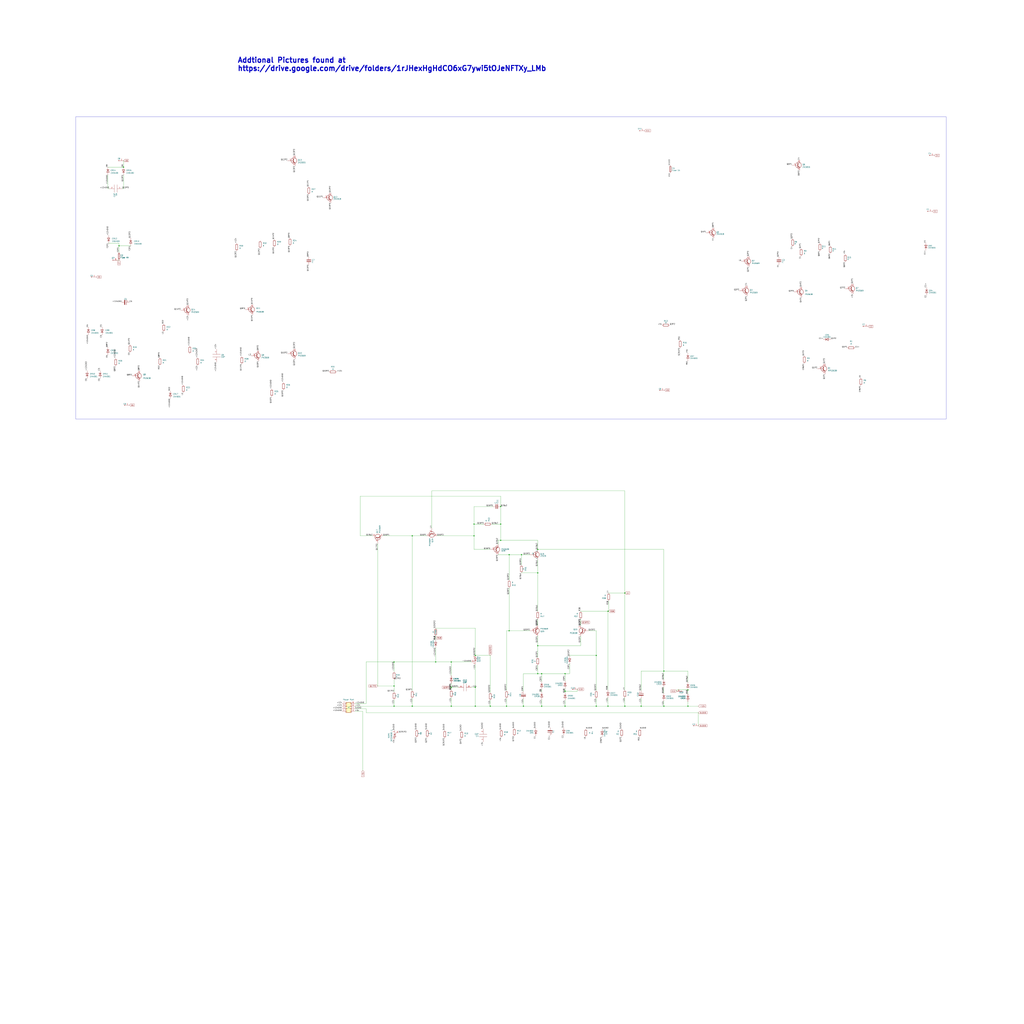
<source format=kicad_sch>
(kicad_sch (version 20230121) (generator eeschema)
  (paper "User" 999.998 999.998)
  (junction (at 488.95 527.685))
  (junction (at 648.335 689.61))
  (junction (at 525.145 536.575))
  (junction (at 488.95 511.81))
  (junction (at 511.175 689.61))
  (junction (at 402.59 523.24))
  (junction (at 478.79 689.61))
  (junction (at 593.725 596.9))
  (junction (at 464.185 640.08))
  (junction (at 525.145 559.435))
  (junction (at 462.915 523.24))
  (junction (at 671.83 689.61))
  (junction (at 384.81 646.43))
  (junction (at 528.955 689.61))
  (junction (at 610.235 689.61))
  (junction (at 384.81 669.925))
  (junction (at 497.205 541.655))
  (junction (at 464.185 689.61))
  (junction (at 525.145 630.555))
  (junction (at 610.235 579.12))
  (junction (at 551.815 657.86))
  (junction (at 116.205 240.03))
  (junction (at 120.65 163.195))
  (junction (at 494.665 689.61))
  (junction (at 648.335 655.32))
  (junction (at 425.45 646.43))
  (junction (at 509.27 541.655))
  (junction (at 497.205 615.95))
  (junction (at 671.83 673.735))
  (junction (at 582.295 640.08))
  (junction (at 593.725 689.61))
  (junction (at 488.95 494.665))
  (junction (at 402.59 689.61))
  (junction (at 462.915 511.81))
  (junction (at 582.295 689.61))
  (junction (at 440.69 671.195))
  (junction (at 551.815 675.005))
  (junction (at 440.69 689.61))
  (junction (at 440.69 646.43))
  (junction (at 525.145 657.86))
  (junction (at 464.185 671.195))
  (junction (at 528.955 657.86))
  (junction (at 551.815 689.61))
  (junction (at 626.11 689.61))
  (junction (at 384.81 689.61))
  (wire (pts (xy 421.64 515.62) (xy 421.64 479.425)))
  (wire (pts (xy 610.235 479.425) (xy 610.235 579.12)))
  (wire (pts (xy 384.81 669.925) (xy 368.935 669.925)))
  (wire (pts (xy 357.505 646.43) (xy 384.81 646.43)))
  (wire (pts (xy 528.955 657.86) (xy 528.955 665.48)))
  (wire (pts (xy 582.295 681.99) (xy 582.295 689.61)))
  (wire (pts (xy 440.69 646.43) (xy 440.69 659.765)))
  (wire (pts (xy 528.955 675.64) (xy 528.955 673.1)))
  (wire (pts (xy 551.815 672.465) (xy 551.815 675.005)))
  (wire (pts (xy 357.505 646.43) (xy 357.505 687.07)))
  (wire (pts (xy 116.205 240.03) (xy 127.635 240.03)))
  (wire (pts (xy 488.95 511.81) (xy 488.95 527.685)))
  (wire (pts (xy 462.915 494.665) (xy 462.915 511.81)))
  (wire (pts (xy 440.69 671.195) (xy 440.69 673.735)))
  (wire (pts (xy 551.815 683.895) (xy 551.815 689.61)))
  (wire (pts (xy 346.71 692.15) (xy 357.505 692.15)))
  (wire (pts (xy 384.81 646.43) (xy 384.81 655.955)))
  (wire (pts (xy 402.59 523.24) (xy 416.56 523.24)))
  (wire (pts (xy 478.79 689.61) (xy 494.665 689.61)))
  (wire (pts (xy 626.11 689.61) (xy 648.335 689.61)))
  (wire (pts (xy 351.79 484.505) (xy 351.79 523.24)))
  (wire (pts (xy 488.95 494.665) (xy 488.95 484.505)))
  (wire (pts (xy 511.175 689.61) (xy 528.955 689.61)))
  (wire (pts (xy 440.69 671.195) (xy 447.675 671.195)))
  (wire (pts (xy 464.185 640.08) (xy 478.79 640.08)))
  (wire (pts (xy 464.185 671.195) (xy 464.185 689.61)))
  (wire (pts (xy 346.71 687.07) (xy 357.505 687.07)))
  (wire (pts (xy 593.725 689.61) (xy 610.235 689.61)))
  (wire (pts (xy 556.26 640.08) (xy 582.295 640.08)))
  (wire (pts (xy 351.79 523.24) (xy 363.855 523.24)))
  (wire (pts (xy 567.055 630.555) (xy 525.145 630.555)))
  (wire (pts (xy 551.815 689.61) (xy 582.295 689.61)))
  (wire (pts (xy 120.65 163.195) (xy 105.41 163.195)))
  (wire (pts (xy 563.88 675.005) (xy 551.815 675.005)))
  (wire (pts (xy 525.145 536.575) (xy 525.145 527.685)))
  (wire (pts (xy 594.36 586.74) (xy 594.36 596.9)))
  (wire (pts (xy 582.295 689.61) (xy 593.725 689.61)))
  (wire (pts (xy 106.045 237.49) (xy 116.205 237.49)))
  (wire (pts (xy 114.935 254) (xy 116.205 254)))
  (wire (pts (xy 494.665 681.99) (xy 494.665 689.61)))
  (wire (pts (xy 509.27 541.655) (xy 497.205 541.655)))
  (wire (pts (xy 648.335 536.575) (xy 648.335 655.32)))
  (wire (pts (xy 105.41 184.15) (xy 106.68 184.15)))
  (wire (pts (xy 488.95 527.685) (xy 486.41 527.685)))
  (wire (pts (xy 497.205 615.95) (xy 517.525 615.95)))
  (wire (pts (xy 357.505 692.15) (xy 357.505 695.96)))
  (wire (pts (xy 460.375 671.195) (xy 464.185 671.195)))
  (wire (pts (xy 525.145 657.86) (xy 528.955 657.86)))
  (wire (pts (xy 105.41 170.815) (xy 105.41 184.15)))
  (wire (pts (xy 551.815 657.86) (xy 551.815 664.845)))
  (wire (pts (xy 610.235 681.355) (xy 610.235 689.61)))
  (wire (pts (xy 525.145 536.575) (xy 648.335 536.575)))
  (wire (pts (xy 593.725 596.9) (xy 593.725 673.735)))
  (wire (pts (xy 556.26 657.86) (xy 551.815 657.86)))
  (wire (pts (xy 120.65 170.815) (xy 120.65 184.15)))
  (wire (pts (xy 425.45 613.41) (xy 464.185 613.41)))
  (wire (pts (xy 517.525 541.655) (xy 509.27 541.655)))
  (wire (pts (xy 563.88 673.1) (xy 563.88 675.005)))
  (wire (pts (xy 567.055 604.52) (xy 567.055 610.87)))
  (wire (pts (xy 525.145 527.685) (xy 488.95 527.685)))
  (wire (pts (xy 421.64 479.425) (xy 610.235 479.425)))
  (wire (pts (xy 357.505 695.96) (xy 681.99 695.96)))
  (wire (pts (xy 425.45 632.46) (xy 425.45 646.43)))
  (wire (pts (xy 528.955 689.61) (xy 551.815 689.61)))
  (wire (pts (xy 440.69 667.385) (xy 440.69 671.195)))
  (wire (pts (xy 525.145 546.735) (xy 525.145 559.435)))
  (wire (pts (xy 610.235 689.61) (xy 626.11 689.61)))
  (wire (pts (xy 528.955 683.26) (xy 528.955 689.61)))
  (wire (pts (xy 551.815 675.005) (xy 551.815 676.275)))
  (wire (pts (xy 464.185 613.41) (xy 464.185 640.08)))
  (wire (pts (xy 582.295 615.95) (xy 582.295 640.08)))
  (wire (pts (xy 525.145 649.605) (xy 525.145 657.86)))
  (wire (pts (xy 671.83 677.545) (xy 671.83 673.735)))
  (wire (pts (xy 402.59 681.99) (xy 402.59 689.61)))
  (wire (pts (xy 626.11 655.32) (xy 648.335 655.32)))
  (wire (pts (xy 648.335 684.53) (xy 648.335 689.61)))
  (wire (pts (xy 648.335 655.32) (xy 671.83 655.32)))
  (wire (pts (xy 384.81 646.43) (xy 425.45 646.43)))
  (wire (pts (xy 120.65 184.15) (xy 119.38 184.15)))
  (wire (pts (xy 346.71 689.61) (xy 384.81 689.61)))
  (wire (pts (xy 478.79 640.08) (xy 478.79 676.275)))
  (wire (pts (xy 464.185 689.61) (xy 478.79 689.61)))
  (wire (pts (xy 594.36 579.12) (xy 610.235 579.12)))
  (wire (pts (xy 384.81 683.26) (xy 384.81 689.61)))
  (wire (pts (xy 462.915 511.81) (xy 472.44 511.81)))
  (wire (pts (xy 671.83 689.61) (xy 681.99 689.61)))
  (wire (pts (xy 567.055 621.03) (xy 567.055 630.555)))
  (wire (pts (xy 402.59 523.24) (xy 402.59 674.37)))
  (wire (pts (xy 354.33 694.69) (xy 354.33 752.475)))
  (wire (pts (xy 440.69 646.43) (xy 460.375 646.43)))
  (wire (pts (xy 593.725 681.355) (xy 593.725 689.61)))
  (wire (pts (xy 486.41 527.685) (xy 486.41 531.495)))
  (wire (pts (xy 648.335 655.32) (xy 648.335 663.575)))
  (wire (pts (xy 593.725 596.9) (xy 594.36 596.9)))
  (wire (pts (xy 494.665 615.95) (xy 497.205 615.95)))
  (wire (pts (xy 511.175 657.86) (xy 525.145 657.86)))
  (wire (pts (xy 384.81 663.575) (xy 384.81 669.925)))
  (wire (pts (xy 497.205 566.42) (xy 497.205 541.655)))
  (wire (pts (xy 374.015 523.24) (xy 402.59 523.24)))
  (wire (pts (xy 528.955 657.86) (xy 551.815 657.86)))
  (wire (pts (xy 671.83 685.165) (xy 671.83 689.61)))
  (wire (pts (xy 488.95 494.665) (xy 488.95 511.81)))
  (wire (pts (xy 497.205 574.04) (xy 497.205 615.95)))
  (wire (pts (xy 346.71 694.69) (xy 354.33 694.69)))
  (wire (pts (xy 556.26 640.08) (xy 556.26 640.715)))
  (wire (pts (xy 556.26 648.335) (xy 556.26 657.86)))
  (wire (pts (xy 486.41 541.655) (xy 497.205 541.655)))
  (wire (pts (xy 116.205 237.49) (xy 116.205 240.03)))
  (wire (pts (xy 440.69 689.61) (xy 464.185 689.61)))
  (wire (pts (xy 626.11 674.37) (xy 626.11 655.32)))
  (wire (pts (xy 120.65 156.845) (xy 120.65 163.195)))
  (wire (pts (xy 116.205 240.03) (xy 116.205 246.38)))
  (wire (pts (xy 525.145 610.87) (xy 525.145 604.52)))
  (wire (pts (xy 509.27 541.655) (xy 509.27 551.815)))
  (wire (pts (xy 462.915 523.24) (xy 462.915 536.575)))
  (wire (pts (xy 511.175 682.625) (xy 511.175 689.61)))
  (wire (pts (xy 494.665 674.37) (xy 494.665 615.95)))
  (wire (pts (xy 626.11 681.99) (xy 626.11 689.61)))
  (wire (pts (xy 671.83 655.32) (xy 671.83 666.115)))
  (wire (pts (xy 511.175 675.005) (xy 511.175 657.86)))
  (wire (pts (xy 681.99 695.96) (xy 681.99 708.66)))
  (wire (pts (xy 525.145 621.03) (xy 525.145 630.555)))
  (wire (pts (xy 525.145 559.435) (xy 525.145 596.9)))
  (wire (pts (xy 574.675 615.95) (xy 582.295 615.95)))
  (wire (pts (xy 425.45 621.03) (xy 425.45 624.84)))
  (wire (pts (xy 425.45 646.43) (xy 440.69 646.43)))
  (wire (pts (xy 462.915 536.575) (xy 478.79 536.575)))
  (wire (pts (xy 648.335 671.195) (xy 648.335 676.91)))
  (wire (pts (xy 426.72 523.24) (xy 462.915 523.24)))
  (wire (pts (xy 648.335 689.61) (xy 671.83 689.61)))
  (wire (pts (xy 462.915 511.81) (xy 462.915 523.24)))
  (wire (pts (xy 384.81 689.61) (xy 402.59 689.61)))
  (wire (pts (xy 480.06 511.81) (xy 488.95 511.81)))
  (wire (pts (xy 525.145 559.435) (xy 509.27 559.435)))
  (wire (pts (xy 582.295 640.08) (xy 582.295 674.37)))
  (wire (pts (xy 661.035 675.005) (xy 661.035 673.735)))
  (wire (pts (xy 494.665 689.61) (xy 511.175 689.61)))
  (wire (pts (xy 368.935 530.86) (xy 368.935 669.925)))
  (wire (pts (xy 525.145 630.555) (xy 525.145 641.985)))
  (wire (pts (xy 481.33 494.665) (xy 462.915 494.665)))
  (wire (pts (xy 567.055 596.9) (xy 593.725 596.9)))
  (wire (pts (xy 488.95 484.505) (xy 351.79 484.505)))
  (wire (pts (xy 440.69 681.355) (xy 440.69 689.61)))
  (wire (pts (xy 661.035 673.735) (xy 671.83 673.735)))
  (wire (pts (xy 464.185 648.97) (xy 464.185 671.195)))
  (wire (pts (xy 478.79 683.895) (xy 478.79 689.61)))
  (wire (pts (xy 384.81 669.925) (xy 384.81 675.64)))
  (wire (pts (xy 402.59 689.61) (xy 440.69 689.61)))
  (wire (pts (xy 610.235 579.12) (xy 610.235 673.735)))
  (rectangle (start 73.914 114.046) (end 924.052 409.194))
  (text "Addtional Pictures found at\nhttps://drive.google.com/drive/folders/1rJHexHgHdCO6xG7ywi5tOJeNFTXy_LMb" (at 231.775 69.85 0) (effects (font (size 5 5) (thickness 1) bold) (justify left bottom)))
  (label "Q7P2" (at 502.285 718.82 270))
  (label "Q15P2" (at 556.26 640.715 90))
  (label "Q15P1" (at 525.145 621.03 270))
  (label "C1+" (at 904.875 280.67 90))
  (label "SCR2P2" (at 478.79 676.275 90))
  (label "C9P1" (at 528.955 665.48 90))
  (label "Q20P2" (at 517.525 615.95 180))
  (label "Q1P1" (at 833.12 276.86 90))
  (label "+5v" (at 346.71 694.69 0))
  (label "Q19p2" (at 480.06 511.81 0))
  (label "Q9P3" (at 252.73 342.265 90))
  (label "Q13P2" (at 288.29 161.925 270))
  (label "5vGND" (at 385.445 713.105 90))
  (label "5vGND" (at 450.85 713.74 90))
  (label "-12v" (at 593.725 681.355 270))
  (label "Q20P1" (at 440.69 673.735 90))
  (label "C5" (at 97.79 361.95 90))
  (label "-12v" (at 384.81 683.26 270))
  (label "CR6P1" (at 588.01 719.455 270))
  (label "-12v" (at 528.955 683.26 270))
  (label "Q15P3" (at 567.055 610.87 90))
  (label "E1" (at 904.24 236.855 90))
  (label "Q12P2" (at 280.67 156.845 180))
  (label "SCR2P2" (at 425.45 613.41 90))
  (label "F2P1" (at 106.045 237.49 270))
  (label "Q2P1" (at 417.195 720.09 270))
  (label "Q19p2" (at 486.41 531.495 90))
  (label "L4" (at 594.36 579.12 90))
  (label "Q19p2" (at 488.95 494.665 0))
  (label "5vGND" (at 624.84 711.835 0))
  (label "R38" (at 567.055 596.9 90))
  (label "+12vGND" (at 86.36 327.025 270))
  (label "Q19p2" (at 363.855 523.24 180))
  (label "+12v" (at 184.15 307.975 270))
  (label "SCR2P2" (at 464.185 640.08 90))
  (label "E1" (at 523.24 718.82 270))
  (label "Q6P2" (at 825.5 255.905 270))
  (label "E10" (at 551.815 672.465 270))
  (label "R51" (at 624.84 719.455 270))
  (label "5vGND" (at 550.545 710.565 90))
  (label "Q2P3" (at 774.065 233.045 90))
  (label "+5v" (at 671.83 344.805 90))
  (label "C5" (at 127 344.17 270))
  (label "Q11P3" (at 247.015 297.18 90))
  (label "Q13P3" (at 323.215 198.12 270))
  (label "E9" (at 528.955 673.1 270))
  (label "Q15P1" (at 525.145 641.985 90))
  (label "+12vGND" (at 334.01 694.69 180))
  (label "Q4P1" (at 782.955 290.195 270))
  (label "C1+" (at 835.025 339.725 0))
  (label "Q13P3" (at 283.21 240.03 270))
  (label "Q14P3" (at 136.525 372.11 270))
  (label "Q11P1" (at 301.625 182.245 90))
  (label "+12vGND" (at 106.68 184.15 180))
  (label "Q19p2" (at 525.145 536.575 90))
  (label "Q17P2" (at 384.81 663.575 0))
  (label "Q2P3" (at 731.52 250.19 90))
  (label "E11" (at 654.685 168.91 270))
  (label "+12vGND" (at 113.03 349.885 90))
  (label "E11f2" (at 648.335 671.195 270))
  (label "Q8P3" (at 136.525 361.95 90))
  (label "Q6P2" (at 781.05 166.37 270))
  (label "Q12P2" (at 254 242.57 270))
  (label "Q1P3" (at 805.815 354.965 90))
  (label "5vGND" (at 523.24 711.2 90))
  (label "+12vGND" (at 276.86 373.38 90))
  (label "C9P1" (at 556.26 648.335 270))
  (label "Q7P2" (at 800.735 237.49 90))
  (label "+12v" (at 193.04 356.87 270))
  (label "+5v" (at 646.43 317.5 180))
  (label "Q16P3" (at 481.33 494.665 180))
  (label "-12v" (at 478.79 683.895 270))
  (label "Q14P2" (at 267.97 233.68 90))
  (label "Q16P3" (at 426.72 523.24 0))
  (label "Q20P2" (at 497.205 574.04 270))
  (label "E5" (at 86.36 319.405 90))
  (label "Q15P2" (at 574.675 615.95 0))
  (label "E4" (at 774.065 240.665 270))
  (label "E9" (at 528.955 675.64 90))
  (label "Q14P3" (at 127 336.55 90))
  (label "-12v" (at 582.295 681.99 270))
  (label "+12vGND" (at 105.41 170.815 270))
  (label "Q13P3" (at 288.29 340.36 90))
  (label "5vGND" (at 607.06 711.835 90))
  (label "Q14P3" (at 184.15 297.815 90))
  (label "Q19p1" (at 525.145 546.735 270))
  (label "Q17P2" (at 368.935 530.86 270))
  (label "Q10P2" (at 276.86 381 270))
  (label "E2" (at 904.875 288.29 270))
  (label "SCR1P3" (at 389.255 715.645 0))
  (label "+12vGND" (at 85.09 361.95 90))
  (label "Q7P2" (at 825.5 281.94 180))
  (label "Q16P3" (at 478.79 536.575 180))
  (label "Q12P2" (at 323.215 187.96 90))
  (label "5vGND" (at 346.71 692.15 0))
  (label "5vGND" (at 588.01 711.835 0))
  (label "-12v" (at 494.665 681.99 270))
  (label "SCR1P3" (at 664.21 339.725 270))
  (label "Q16P1" (at 402.59 674.37 180))
  (label "Q19p1" (at 525.145 596.9 90))
  (label "E12" (at 671.83 677.545 90))
  (label "Q4P1" (at 689.61 227.33 180))
  (label "Q20P1" (at 525.145 610.87 90))
  (label "Q6P1" (at 800.735 245.11 270))
  (label "Q2P3" (at 760.73 250.825 90))
  (label "R48" (at 425.45 624.84 90))
  (label "-12v" (at 610.235 681.355 270))
  (label "+5v" (at 385.445 721.995 270))
  (label "E2" (at 550.545 718.185 270))
  (label "+12vGND" (at 265.43 379.73 90))
  (label "Q15P3" (at 567.055 604.52 270))
  (label "Q19p2" (at 671.83 666.115 90))
  (label "Q6P1" (at 697.23 222.25 90))
  (label "Q1P3" (at 785.495 347.345 90))
  (label "SCR1P3" (at 434.34 720.725 270))
  (label "Q10P1" (at 252.73 352.425 270))
  (label "CR6P1" (at 840.74 376.555 270))
  (label "C9P1" (at 511.175 675.005 90))
  (label "+12v" (at 211.455 340.995 90))
  (label "R38" (at 593.725 673.735 90))
  (label "Q16P3" (at 472.44 511.81 180))
  (label "Q9P3" (at 239.395 302.26 180))
  (label "E8" (at 105.41 163.195 90))
  (label "-12v" (at 460.375 671.195 0))
  (label "-12v" (at 626.11 681.99 270))
  (label "Q4P1" (at 782.32 242.57 90))
  (label "Q13P2" (at 231.14 245.11 270))
  (label "Q1P2" (at 798.195 360.045 180))
  (label "Q19P3" (at 517.525 541.655 180))
  (label "5vGND" (at 537.21 710.565 90))
  (label "Q13P3" (at 120.65 170.815 270))
  (label "-12v" (at 402.59 681.99 270))
  (label "Q1P1" (at 805.815 365.125 270))
  (label "R22" (at 160.02 316.23 90))
  (label "-12v" (at 551.815 683.895 270))
  (label "+12vGND" (at 118.745 295.275 180))
  (label "-12vGND" (at 384.81 655.32 90))
  (label "+12vGND" (at 334.01 692.15 180))
  (label "Q13P3" (at 301.625 258.445 270))
  (label "+5v" (at 489.585 720.09 270))
  (label "E6" (at 97.79 369.57 270))
  (label "-12v" (at 464.185 648.97 270))
  (label "C1+" (at 803.91 331.47 180))
  (label "Q19P3" (at 486.41 541.655 270))
  (label "Q8P2" (at 113.03 357.505 270))
  (label "+12vGND" (at 236.22 347.98 90))
  (label "L5" (at 572.135 719.455 270))
  (label "Q20P2" (at 494.665 674.37 90))
  (label "+12v" (at 334.01 687.07 180))
  (label "Q9P3" (at 283.21 232.41 90))
  (label "Q19P3" (at 509.27 551.815 90))
  (label "+5v" (at 471.805 724.535 270))
  (label "E10" (at 551.815 676.275 90))
  (label "5vGND" (at 502.285 711.2 90))
  (label "-12v" (at 511.175 682.625 270))
  (label "R38" (at 594.36 586.74 270))
  (label "+12vGND" (at 166.37 389.255 270))
  (label "Q20P1" (at 440.69 667.385 270))
  (label "L3" (at 160.02 323.85 270))
  (label "5vGND" (at 489.585 712.47 90))
  (label "C1+" (at 537.21 718.185 270))
  (label "5vGND" (at 471.805 711.835 90))
  (label "Q11P1" (at 247.015 307.34 270))
  (label "Q2P1" (at 729.615 288.925 270))
  (label "+12vGND" (at 211.455 353.695 270))
  (label "-12v" (at 440.69 681.355 270))
  (label "Q6P2" (at 810.895 247.65 270))
  (label "E8" (at 120.65 163.195 90))
  (label "E4" (at 760.73 258.445 270))
  (label "E12" (at 671.83 673.735 270))
  (label "C1+" (at 904.24 244.475 270))
  (label "Q11P1" (at 315.595 193.04 180))
  (label "R51" (at 671.83 352.425 270))
  (label "L4" (at 610.235 673.735 90))
  (label "Q1P2" (at 607.06 719.455 270))
  (label "E4" (at 782.32 250.19 270))
  (label "Q16P1" (at 416.56 523.24 180))
  (label "E11f2" (at 654.685 161.29 90))
  (label "+12vGND" (at 106.045 229.87 90))
  (label "Q9P3" (at 301.625 250.825 90))
  (label "Q13P3" (at 288.29 151.765 90))
  (label "Q19P3" (at 497.205 566.42 90))
  (label "Q11P3" (at 236.22 355.6 270))
  (label "5vGND" (at 407.035 712.47 90))
  (label "E5" (at 99.695 319.405 90))
  (label "+12v" (at 334.01 689.61 180))
  (label "Q4P3" (at 782.955 280.035 90))
  (label "+12v" (at 328.93 363.22 0))
  (label "+12vGND" (at 193.04 349.25 90))
  (label "5vGND" (at 417.195 712.47 90))
  (label "Q19p2" (at 626.11 674.37 90))
  (label "C5" (at 126.365 295.275 0))
  (label "+5v" (at 825.5 248.285 90))
  (label "C9P1" (at 525.145 649.605 270))
  (label "Q6P1" (at 773.43 161.29 180))
  (label "L5" (at 723.9 255.27 180))
  (label "Q4P3" (at 450.85 721.36 270))
  (label "L5" (at 840.74 368.935 90))
  (label "5vGND" (at 572.135 711.835 0))
  (label "L3" (at 245.11 347.345 180))
  (label "Q1P2" (at 811.53 331.47 0))
  (label "-12v" (at 648.335 684.53 270))
  (label "Q15P2" (at 582.295 674.37 90))
  (label "C5" (at 105.41 346.71 270))
  (label "R51" (at 664.21 332.105 90))
  (label "E11f2" (at 648.335 676.91 90))
  (label "C5" (at 99.695 327.025 270))
  (label "E4" (at 697.23 232.41 270))
  (label "Q19p1" (at 509.27 559.435 270))
  (label "Q16P1" (at 374.015 523.24 0))
  (label "F2P1" (at 116.205 246.38 90))
  (label "Q10P2" (at 321.31 363.22 180))
  (label "Q13P3" (at 301.625 189.865 270))
  (label "Q12P2" (at 267.97 241.3 270))
  (label "Q15P1" (at 567.055 621.03 270))
  (label "Q8P2" (at 105.41 339.09 90))
  (label "Q20P1" (at 525.145 604.52 270))
  (label "CR6P1" (at 785.495 354.965 270))
  (label "Q3P2" (at 654.05 317.5 0))
  (label "-12vGND" (at 460.375 646.43 180))
  (label "Q10P1" (at 265.43 387.35 270))
  (label "R22" (at 156.21 356.87 270))
  (label "Q2P1" (at 731.52 260.35 270))
  (label "Q1P1" (at 827.405 339.725 180))
  (label "F2P1" (at 127.635 240.03 270))
  (label "-12vGND" (at 440.69 659.765 90))
  (label "Q3P2" (at 407.035 720.09 270))
  (label "Q6P1" (at 810.895 240.03 90))
  (label "L3" (at 179.07 383.54 270))
  (label "+12vGND" (at 179.07 375.92 90))
  (label "Q13P3" (at 127.635 232.41 90))
  (label "E4" (at 729.615 278.765 90))
  (label "C9P1" (at 551.815 664.845 90))
  (label "Q10P1" (at 288.29 350.52 270))
  (label "+5v" (at 833.12 287.02 270))
  (label "-12v" (at 346.71 689.61 0))
  (label "Q8P2" (at 128.905 367.03 180))
  (label "5vGND" (at 434.34 713.105 90))
  (label "R22" (at 166.37 381.635 90))
  (label "-12vGND" (at 346.71 687.07 0))
  (label "+12v" (at 231.14 237.49 90))
  (label "Q8P3" (at 156.21 349.25 90))
  (label "Q19p2" (at 648.335 663.575 90))
  (label "E6" (at 85.09 369.57 270))
  (label "Q20P1" (at 447.675 671.195 180))
  (label "-12vGND" (at 425.45 632.46 270))
  (label "Q3P2" (at 721.995 283.845 180))
  (label "Q10P2" (at 280.67 345.44 180))
  (label "R48" (at 425.45 621.03 270))
  (label "Q14P2" (at 176.53 302.895 180))
  (label "Q13P3" (at 119.38 184.15 0))
  (label "+12vGND" (at 185.42 337.82 90))
  (label "L4" (at 421.64 515.62 90))
  (label "Q17P2" (at 384.81 675.64 180))
  (label "Q2P3" (at 775.335 285.115 180))
  (label "E4" (at 781.05 156.21 90))
  (global_label "E10" (shape input) (at 563.88 673.1 0) (property "Intersheetrefs" "${INTERSHEET_REFS}" (effects hide)))
  (global_label "E4" (shape input) (at 912.495 151.765 0) (property "Intersheetrefs" "${INTERSHEET_REFS}" (effects hide)))
  (global_label "R38" (shape input) (at 594.36 596.9 0) (property "Intersheetrefs" "${INTERSHEET_REFS}" (effects hide)))
  (global_label "E8" (shape input) (at 120.65 156.845 0) (property "Intersheetrefs" "${INTERSHEET_REFS}" (effects hide)))
  (global_label "E1" (shape input) (at 910.59 206.375 0) (property "Intersheetrefs" "${INTERSHEET_REFS}" (effects hide)))
  (global_label "Q17P2" (shape input) (at 368.935 669.925 180) (property "Intersheetrefs" "${INTERSHEET_REFS}" (effects hide)))
  (global_label "L4" (shape input) (at 610.235 579.12 0) (property "Intersheetrefs" "${INTERSHEET_REFS}" (effects hide)))
  (global_label "E6" (shape input) (at 126.365 395.605 0) (property "Intersheetrefs" "${INTERSHEET_REFS}" (effects hide)))
  (global_label "E5" (shape input) (at 93.98 270.51 0) (property "Intersheetrefs" "${INTERSHEET_REFS}" (effects hide)))
  (global_label "E9" (shape input) (at 648.97 381 0) (property "Intersheetrefs" "${INTERSHEET_REFS}" (effects hide)))
  (global_label "E11" (shape input) (at 629.285 127.635 0) (property "Intersheetrefs" "${INTERSHEET_REFS}" (effects hide)))
  (global_label "E2" (shape input) (at 847.725 318.77 0) (property "Intersheetrefs" "${INTERSHEET_REFS}" (effects hide)))
  (global_label "SCR2P2" (shape input) (at 478.79 640.08 90) (property "Intersheetrefs" "${INTERSHEET_REFS}" (effects hide)))
  (global_label "R48" (shape input) (at 425.45 622.935 0) (property "Intersheetrefs" "${INTERSHEET_REFS}" (effects hide)))
  (global_label "Q20P1" (shape input) (at 440.69 671.195 180) (property "Intersheetrefs" "${INTERSHEET_REFS}" (effects hide)))
  (global_label "+5v" (shape input) (at 354.33 752.475 270) (property "Intersheetrefs" "${INTERSHEET_REFS}" (effects hide)))
  (global_label "5vGND" (shape input) (at 681.99 695.96 0) (property "Intersheetrefs" "${INTERSHEET_REFS}" (effects hide)))
  (global_label "-12v" (shape input) (at 681.99 689.61 0) (property "Intersheetrefs" "${INTERSHEET_REFS}" (effects hide)))
  (global_label "E7" (shape input) (at 116.205 254 270) (property "Intersheetrefs" "${INTERSHEET_REFS}" (effects hide)))
  (global_label "5vGND" (shape input) (at 681.99 708.66 0) (property "Intersheetrefs" "${INTERSHEET_REFS}" (effects hide)))
  (global_label "E12" (shape input) (at 661.035 675.005 180) (property "Intersheetrefs" "${INTERSHEET_REFS}" (effects hide)))
  (global_label "Q15P3" (shape input) (at 567.055 607.695 0) (property "Intersheetrefs" "${INTERSHEET_REFS}" (effects hide)))
  (symbol (lib_id "Device:R") (at 384.81 679.45 0) (unit 1)
    (property "Reference" "R42" (at 388.8359 679.45 90))
    (property "Value" "R" (at 386.9149 679.45 90))
    (property "Footprint" "Resistor_THT:R_Axial_DIN0309_L9.0mm_D3.2mm_P12.70mm_Horizontal" (effects hide))
  )
  (symbol (lib_id "Device:R") (at 525.145 600.71 0) (mirror x) (unit 1)
    (property "Reference" "R47" (at 527.685 601.98 0) (effects (justify left)))
    (property "Value" "R" (at 527.685 599.44 0) (effects (justify left)))
    (property "Footprint" "Resistor_THT:R_Axial_DIN0614_L14.3mm_D5.7mm_P15.24mm_Horizontal" (effects hide))
  )
  (symbol (lib_id "ForgottenMachines:1N4001_Entrex_PSU") (at 528.955 669.29 270) (unit 1)
    (property "Reference" "CR19" (at 530.987 668.6463 90) (effects (justify left)))
    (property "Value" "1N4001" (at 530.987 670.5673 90) (effects (justify left)))
    (property "Footprint" "Diode_THT:D_DO-41_SOD81_P12.70mm_Horizontal" (effects hide))
    (property "Datasheet" "http://www.vishay.com/docs/88503/1n4001.pdf" (effects hide))
    (property "Sim.Device" "D" (effects hide))
    (property "Sim.Pins" "1=K 2=A" (effects hide))
  )
  (symbol (lib_id "ForgottenMachines:1N4001_Entrex_PSU") (at 671.83 669.925 270) (unit 1)
    (property "Reference" "CR25" (at 673.862 669.2813 90) (effects (justify left)))
    (property "Value" "1N4001" (at 673.862 671.2023 90) (effects (justify left)))
    (property "Footprint" "Diode_THT:D_DO-41_SOD81_P12.70mm_Horizontal" (effects hide))
    (property "Datasheet" "http://www.vishay.com/docs/88503/1n4001.pdf" (effects hide))
    (property "Sim.Device" "D" (effects hide))
    (property "Sim.Pins" "1=K 2=A" (effects hide))
  )
  (symbol (lib_id "Device:R") (at 276.86 377.19 0) (unit 1)
    (property "Reference" "R26" (at 279.4 375.92 0) (effects (justify left)))
    (property "Value" "R" (at 279.4 378.46 0) (effects (justify left)))
    (property "Footprint" "Resistor_THT:R_Axial_DIN0309_L9.0mm_D3.2mm_P12.70mm_Horizontal" (effects hide))
  )
  (symbol (lib_id "Forgotten Machines:CAP_Large_Polarized_-_Entrex_Trapezoid") (at 211.455 347.345 0) (unit 1)
    (property "Reference" "C8" (at 215.9 346.7013 0) (effects (justify left)))
    (property "Value" "CAP" (at 215.9 348.6223 0) (effects (justify left)))
    (property "Footprint" "Capacitor_THT:CP_Axial_L10.0mm_D4.5mm_P15.00mm_Horizontal" (effects hide))
  )
  (symbol (lib_id "Device:R") (at 785.495 351.155 0) (unit 1)
    (property "Reference" "R3" (at 788.035 349.885 0) (effects (justify left)))
    (property "Value" "R" (at 788.035 352.425 0) (effects (justify left)))
    (property "Footprint" "Resistor_THT:R_Axial_DIN0411_L9.9mm_D3.6mm_P12.70mm_Horizontal" (effects hide))
  )
  (symbol (lib_id "Device:R") (at 265.43 383.54 0) (unit 1)
    (property "Reference" "R25" (at 267.97 382.27 0) (effects (justify left)))
    (property "Value" "R" (at 267.97 384.81 0) (effects (justify left)))
    (property "Footprint" "Resistor_THT:R_Axial_DIN0411_L9.9mm_D3.6mm_P12.70mm_Horizontal" (effects hide))
  )
  (symbol (lib_id "ForgottenMachines:1N4001_Entrex_PSU") (at 550.545 714.375 90) (unit 1)
    (property "Reference" "CR3" (at 552.577 713.7313 90) (effects (justify right)))
    (property "Value" "1N4001" (at 552.577 715.6523 90) (effects (justify right)))
    (property "Footprint" "Diode_THT:D_DO-41_SOD81_P12.70mm_Horizontal" (effects hide))
    (property "Datasheet" "http://www.vishay.com/docs/88503/1n4001.pdf" (effects hide))
    (property "Sim.Device" "D" (effects hide))
    (property "Sim.Pins" "1=K 2=A" (effects hide))
  )
  (symbol (lib_id "ForgottenMachines:Spade_Lug_Connector_-_Entrex_PSU") (at 121.285 395.605 0) (unit 1)
    (property "Reference" "E6" (at 121.92 394.4399 0))
    (property "Value" "Conn_01x01_Pin" (effects hide))
    (property "Footprint" "Connector_PinHeader_1.00mm:PinHeader_1x01_P1.00mm_Vertical" (effects hide))
  )
  (symbol (lib_id "ForgottenMachines:1N4001_Entrex_PSU") (at 904.24 240.665 90) (unit 1)
    (property "Reference" "CR2" (at 906.272 240.0213 90) (effects (justify right)))
    (property "Value" "1N4001" (at 906.272 241.9423 90) (effects (justify right)))
    (property "Footprint" "Diode_THT:D_DO-41_SOD81_P12.70mm_Horizontal" (effects hide))
    (property "Datasheet" "http://www.vishay.com/docs/88503/1n4001.pdf" (effects hide))
    (property "Sim.Device" "D" (effects hide))
    (property "Sim.Pins" "1=K 2=A" (effects hide))
  )
  (symbol (lib_id "Device:R") (at 624.84 715.645 180) (unit 1)
    (property "Reference" "R51" (at 622.3 716.915 0) (effects (justify left)))
    (property "Value" "R" (at 622.3 714.375 0) (effects (justify left)))
    (property "Footprint" "Resistor_THT:R_Axial_DIN0411_L9.9mm_D3.6mm_P12.70mm_Horizontal" (effects hide))
  )
  (symbol (lib_id "Device:R") (at 509.27 555.625 0) (mirror x) (unit 1)
    (property "Reference" "R46" (at 513.2959 555.625 90))
    (property "Value" "R" (at 511.3749 555.625 90))
    (property "Footprint" "Resistor_THT:R_Axial_DIN0309_L9.0mm_D3.2mm_P12.70mm_Horizontal" (effects hide))
  )
  (symbol (lib_id "Device:C_Polarized") (at 626.11 678.18 0) (unit 1)
    (property "Reference" "C10" (at 622.935 678.18 90))
    (property "Value" "C_Polarized" (effects hide))
    (property "Footprint" "Capacitor_THT:CP_Radial_D18.0mm_P7.50mm" (effects hide))
  )
  (symbol (lib_name "MPS3638_Transistor_1") (lib_id "ForgottenMachines:MPS3638_Transistor") (at 569.595 615.95 0) (mirror y) (unit 1)
    (property "Reference" "Q15" (at 563.88 614.68 0) (effects (justify left)))
    (property "Value" "\nPS3638" (at 563.88 617.22 0) (effects (justify left)))
    (property "Footprint" "Package_TO_SOT_THT:TO-18-3" (effects hide))
  )
  (symbol (lib_id "ForgottenMachines:1N4001_Entrex_PSU") (at 86.36 323.215 270) (unit 1)
    (property "Reference" "CR8" (at 88.9 322.58 90) (effects (justify left)))
    (property "Value" "1N4001" (at 88.9 325.12 90) (effects (justify left)))
    (property "Footprint" "Diode_THT:D_DO-41_SOD81_P12.70mm_Horizontal" (effects hide))
    (property "Datasheet" "http://www.vishay.com/docs/88503/1n4001.pdf" (effects hide))
    (property "Sim.Device" "D" (effects hide))
    (property "Sim.Pins" "1=K 2=A" (effects hide))
  )
  (symbol (lib_id "Device:R") (at 607.06 715.645 180) (unit 1)
    (property "Reference" "R2" (at 604.52 716.915 0) (effects (justify left)))
    (property "Value" "R" (at 604.52 714.375 0) (effects (justify left)))
    (property "Footprint" "Resistor_THT:R_Axial_DIN0411_L9.9mm_D3.6mm_P12.70mm_Horizontal" (effects hide))
  )
  (symbol (lib_id "Device:Fuse") (at 654.685 165.1 0) (unit 1)
    (property "Reference" "F3" (at 656.209 164.4563 0) (effects (justify left)))
    (property "Value" "Fuse 1A" (at 656.209 166.3773 0) (effects (justify left)))
    (property "Footprint" "Fuse:Fuseholder_Littelfuse_445_030_series_5x30mm" (effects hide))
  )
  (symbol (lib_id "ForgottenMachines:1N4001_Entrex_PSU") (at 551.815 680.085 270) (unit 1)
    (property "Reference" "CR20" (at 554.355 679.45 90) (effects (justify left)))
    (property "Value" "1N4001" (at 554.355 681.99 90) (effects (justify left)))
    (property "Footprint" "Diode_THT:D_DO-41_SOD81_P12.70mm_Horizontal" (effects hide))
    (property "Datasheet" "http://www.vishay.com/docs/88503/1n4001.pdf" (effects hide))
    (property "Sim.Device" "D" (effects hide))
    (property "Sim.Pins" "1=K 2=A" (effects hide))
  )
  (symbol (lib_name "MPS3638_Transistor_1") (lib_id "ForgottenMachines:MPS3638_Transistor") (at 244.475 302.26 0) (unit 1)
    (property "Reference" "Q11" (at 250.19 300.99 0) (effects (justify left)))
    (property "Value" "\nPS3638" (at 250.19 303.53 0) (effects (justify left)))
    (property "Footprint" "Package_TO_SOT_THT:TO-18-3" (effects hide))
  )
  (symbol (lib_id "Device:R") (at 407.035 716.28 0) (unit 1)
    (property "Reference" "R8" (at 411.0609 716.28 90))
    (property "Value" "R" (at 409.1399 716.28 90))
    (property "Footprint" "Resistor_THT:R_Axial_DIN0411_L9.9mm_D3.6mm_P12.70mm_Horizontal" (effects hide))
  )
  (symbol (lib_id "Device:Fuse") (at 116.205 250.19 0) (unit 1)
    (property "Reference" "F2" (at 117.729 249.5463 0) (effects (justify left)))
    (property "Value" "Fuse 4A" (at 117.729 251.4673 0) (effects (justify left)))
    (property "Footprint" "Fuse:Fuseholder_Littelfuse_445_030_series_5x30mm" (effects hide))
  )
  (symbol (lib_id "Device:R") (at 417.195 716.28 0) (unit 1)
    (property "Reference" "R7" (at 421.2209 716.28 90))
    (property "Value" "R" (at 419.2999 716.28 90))
    (property "Footprint" "Resistor_THT:R_Axial_DIN0411_L9.9mm_D3.6mm_P12.70mm_Horizontal" (effects hide))
  )
  (symbol (lib_id "Device:R") (at 193.04 353.06 0) (unit 1)
    (property "Reference" "R34" (at 195.58 351.79 0) (effects (justify left)))
    (property "Value" "R" (at 195.58 354.33 0) (effects (justify left)))
    (property "Footprint" "Resistor_THT:R_Axial_DIN0614_L14.3mm_D5.7mm_P15.24mm_Horizontal" (effects hide))
  )
  (symbol (lib_id "ForgottenMachines:1N5400_Entrex_PSU") (at 120.65 167.005 90) (unit 1)
    (property "Reference" "CR15" (at 123.19 166.37 90) (effects (justify right)))
    (property "Value" "1N5400" (at 123.19 168.91 90) (effects (justify right)))
    (property "Footprint" "Forgotten Machines:Entrex PSU Power Diode P20.00mm" (effects hide))
    (property "Datasheet" "http://www.vishay.com/docs/88516/1n5400.pdf" (effects hide))
    (property "Sim.Device" "D" (effects hide))
    (property "Sim.Pins" "1=K 2=A" (effects hide))
  )
  (symbol (lib_id "Device:R") (at 567.055 600.71 180) (unit 1)
    (property "Reference" "R37" (at 564.515 601.98 0) (effects (justify left)))
    (property "Value" "R" (at 564.515 599.44 0) (effects (justify left)))
    (property "Footprint" "Resistor_THT:R_Axial_DIN0309_L9.0mm_D3.2mm_P12.70mm_Horizontal" (effects hide))
  )
  (symbol (lib_id "Device:R") (at 782.32 246.38 0) (unit 1)
    (property "Reference" "R9" (at 784.86 245.11 0) (effects (justify left)))
    (property "Value" "R" (at 784.86 247.65 0) (effects (justify left)))
    (property "Footprint" "Resistor_THT:R_Axial_DIN0309_L9.0mm_D3.2mm_P12.70mm_Horizontal" (effects hide))
  )
  (symbol (lib_id "ForgottenMachines:1N4001_Entrex_PSU") (at 593.725 677.545 90) (unit 1)
    (property "Reference" "CR27" (at 595.757 676.9013 90) (effects (justify right)))
    (property "Value" "1N4001" (at 595.757 678.8223 90) (effects (justify right)))
    (property "Footprint" "Diode_THT:D_DO-41_SOD81_P12.70mm_Horizontal" (effects hide))
    (property "Datasheet" "http://www.vishay.com/docs/88503/1n4001.pdf" (effects hide))
    (property "Sim.Device" "D" (effects hide))
    (property "Sim.Pins" "1=K 2=A" (effects hide))
  )
  (symbol (lib_id "Device:R") (at 572.135 715.645 0) (unit 1)
    (property "Reference" "R4" (at 578.485 715.645 90))
    (property "Value" "R" (at 575.945 715.645 90))
    (property "Footprint" "Resistor_THT:R_Axial_DIN0309_L9.0mm_D3.2mm_P12.70mm_Horizontal" (effects hide))
  )
  (symbol (lib_id "Device:C_Polarized") (at 511.175 678.815 0) (unit 1)
    (property "Reference" "C9" (at 508 678.815 90))
    (property "Value" "C_Polarized" (effects hide))
    (property "Footprint" "Capacitor_THT:CP_Radial_D10.0mm_P5.00mm" (effects hide))
  )
  (symbol (lib_id "Device:R") (at 440.69 677.545 0) (unit 1)
    (property "Reference" "R50" (at 444.7159 677.545 90))
    (property "Value" "R" (at 442.7949 677.545 90))
    (property "Footprint" "Resistor_THT:R_Axial_DIN0207_L6.3mm_D2.5mm_P15.24mm_Horizontal" (effects hide))
  )
  (symbol (lib_id "Device:C") (at 301.625 254.635 0) (unit 1)
    (property "Reference" "C7" (at 304.546 253.9913 0) (effects (justify left)))
    (property "Value" "C" (at 304.546 255.9123 0) (effects (justify left)))
    (property "Footprint" "FM-editable:CAP non-polarized P25.00mm" (effects hide))
  )
  (symbol (lib_id "Device:R") (at 179.07 379.73 0) (unit 1)
    (property "Reference" "R23" (at 181.61 378.46 0) (effects (justify left)))
    (property "Value" "R" (at 181.61 381 0) (effects (justify left)))
    (property "Footprint" "Resistor_THT:R_Axial_DIN0309_L9.0mm_D3.2mm_P12.70mm_Horizontal" (effects hide))
  )
  (symbol (lib_id "ForgottenMachines:Spade_Lug_Connector_-_Entrex_PSU") (at 842.645 318.77 0) (unit 1)
    (property "Reference" "E2" (at 843.28 316.865 0))
    (property "Value" "Conn_01x01_Pin" (effects hide))
    (property "Footprint" "Connector_PinHeader_1.00mm:PinHeader_1x01_P1.00mm_Vertical" (effects hide))
  )
  (symbol (lib_id "ForgottenMachines:Spade_Lug_Connector_-_Entrex_PSU") (at 109.855 254 0) (unit 1)
    (property "Reference" "E7" (at 110.49 252.095 0))
    (property "Value" "Conn_01x01_Pin" (effects hide))
    (property "Footprint" "Connector_PinHeader_1.00mm:PinHeader_1x01_P1.00mm_Vertical" (effects hide))
  )
  (symbol (lib_id "ForgottenMachines:FPN3569_Transistor") (at 181.61 302.895 0) (unit 1)
    (property "Reference" "Q14" (at 186.69 302.26 0) (effects (justify left)))
    (property "Value" "PN3569" (at 186.69 304.8 0) (effects (justify left)))
    (property "Footprint" "Package_TO_SOT_THT:TO-18-3" (effects hide))
  )
  (symbol (lib_id "Device:R") (at 831.215 339.725 90) (unit 1)
    (property "Reference" "R1" (at 831.215 333.375 90))
    (property "Value" "R" (at 831.215 335.915 90))
    (property "Footprint" "Resistor_THT:R_Axial_DIN0309_L9.0mm_D3.2mm_P12.70mm_Horizontal" (effects hide))
  )
  (symbol (lib_id "ForgottenMachines:1N4001_Entrex_PSU") (at 671.83 681.355 270) (unit 1)
    (property "Reference" "CR24" (at 669.798 681.9987 90) (effects (justify right)))
    (property "Value" "1N4001" (at 669.798 680.0777 90) (effects (justify right)))
    (property "Footprint" "Diode_THT:D_DO-41_SOD81_P12.70mm_Horizontal" (effects hide))
    (property "Datasheet" "http://www.vishay.com/docs/88503/1n4001.pdf" (effects hide))
    (property "Sim.Device" "D" (effects hide))
    (property "Sim.Pins" "1=K 2=A" (effects hide))
  )
  (symbol (lib_id "Device:R") (at 800.735 241.3 0) (unit 1)
    (property "Reference" "R11" (at 802.513 240.6563 0) (effects (justify left)))
    (property "Value" "R" (at 802.513 242.5773 0) (effects (justify left)))
    (property "Footprint" "Resistor_THT:R_Axial_DIN0411_L9.9mm_D3.6mm_P15.24mm_Horizontal" (effects hide))
  )
  (symbol (lib_id "ForgottenMachines:FPN3569_Transistor") (at 285.75 345.44 0) (unit 1)
    (property "Reference" "Q10" (at 290.83 344.805 0) (effects (justify left)))
    (property "Value" "PN3569" (at 290.83 347.345 0) (effects (justify left)))
    (property "Footprint" "Package_TO_SOT_THT:TO-18-3" (effects hide))
  )
  (symbol (lib_id "Device:R") (at 476.25 511.81 270) (mirror x) (unit 1)
    (property "Reference" "R40" (at 477.52 509.27 0) (effects (justify left)))
    (property "Value" "R" (at 474.98 509.27 0) (effects (justify left)))
    (property "Footprint" "Resistor_THT:R_Axial_DIN0411_L9.9mm_D3.6mm_P12.70mm_Horizontal" (effects hide))
  )
  (symbol (lib_id "Device:R") (at 127 340.36 0) (unit 1)
    (property "Reference" "R19" (at 129.54 339.09 0) (effects (justify left)))
    (property "Value" "R" (at 129.54 341.63 0) (effects (justify left)))
    (property "Footprint" "Resistor_THT:R_Axial_DIN0309_L9.0mm_D3.2mm_P12.70mm_Horizontal" (effects hide))
  )
  (symbol (lib_id "ForgottenMachines:Spade_Lug_Connector_-_Entrex_PSU") (at 907.415 151.765 0) (unit 1)
    (property "Reference" "E4" (at 908.05 149.86 0))
    (property "Value" "Conn_01x01_Pin" (effects hide))
    (property "Footprint" "Connector_PinHeader_1.00mm:PinHeader_1x01_P1.00mm_Vertical" (effects hide))
  )
  (symbol (lib_id "Device:R") (at 502.285 715.01 0) (unit 1)
    (property "Reference" "R12" (at 504.825 713.74 0) (effects (justify left)))
    (property "Value" "R" (at 504.825 716.28 0) (effects (justify left)))
    (property "Footprint" "Resistor_THT:R_Axial_DIN0309_L9.0mm_D3.2mm_P12.70mm_Horizontal" (effects hide))
  )
  (symbol (lib_id "ForgottenMachines:Spade_Lug_Connector_-_Entrex_PSU") (at 624.205 127.635 0) (unit 1)
    (property "Reference" "E11" (at 624.84 125.73 0))
    (property "Value" "Conn_01x01_Pin" (effects hide))
    (property "Footprint" "Connector_PinHeader_1.00mm:PinHeader_1x01_P1.00mm_Vertical" (effects hide))
  )
  (symbol (lib_id "Device:R") (at 494.665 678.18 0) (unit 1)
    (property "Reference" "R44" (at 498.6909 678.18 90))
    (property "Value" "R" (at 496.7699 678.18 90))
    (property "Footprint" "Resistor_THT:R_Axial_DIN0309_L9.0mm_D3.2mm_P12.70mm_Horizontal" (effects hide))
  )
  (symbol (lib_id "ForgottenMachines:Spade_Lug_Connector_-_Entrex_PSU") (at 905.51 206.375 0) (unit 1)
    (property "Reference" "E1" (at 906.145 204.47 0))
    (property "Value" "Conn_01x01_Pin" (effects hide))
    (property "Footprint" "Connector_PinHeader_1.00mm:PinHeader_1x01_P1.00mm_Vertical" (effects hide))
  )
  (symbol (lib_id "Device:C") (at 485.14 494.665 270) (mirror x) (unit 1)
    (property "Reference" "C11" (at 485.7837 491.744 0) (effects (justify left)))
    (property "Value" "C" (at 483.8627 491.744 0) (effects (justify left)))
    (property "Footprint" "FM-editable:CAP non-polarized P25.00mm" (effects hide))
  )
  (symbol (lib_id "Transistor_BJT:2N3055") (at 285.75 156.845 0) (unit 1)
    (property "Reference" "Q13" (at 290.83 156.21 0) (effects (justify left)))
    (property "Value" "2N3055" (at 290.83 158.75 0) (effects (justify left)))
    (property "Footprint" "Package_TO_SOT_THT:TO-3" (effects hide))
    (property "Datasheet" "http://www.onsemi.com/pub_link/Collateral/2N3055-D.PDF" (effects hide))
  )
  (symbol (lib_id "Device:R") (at 267.97 237.49 0) (unit 1)
    (property "Reference" "R29" (at 270.51 236.22 0) (effects (justify left)))
    (property "Value" "R" (at 270.51 238.76 0) (effects (justify left)))
    (property "Footprint" "Resistor_THT:R_Axial_DIN0414_L11.9mm_D4.5mm_P15.24mm_Horizontal" (effects hide))
  )
  (symbol (lib_id "Device:R") (at 450.85 717.55 0) (unit 1)
    (property "Reference" "R10" (at 453.39 716.28 0) (effects (justify left)))
    (property "Value" "R" (at 453.39 718.82 0) (effects (justify left)))
    (property "Footprint" "Resistor_THT:R_Axial_DIN0411_L9.9mm_D3.6mm_P12.70mm_Horizontal" (effects hide))
  )
  (symbol (lib_id "Device:R") (at 610.235 677.545 0) (unit 1)
    (property "Reference" "R39" (at 612.775 676.275 0) (effects (justify left)))
    (property "Value" "R" (at 612.775 678.815 0) (effects (justify left)))
    (property "Footprint" "Resistor_THT:R_Axial_DIN0411_L9.9mm_D3.6mm_P12.70mm_Horizontal" (effects hide))
  )
  (symbol (lib_id "ForgottenMachines:1N5400_Entrex_PSU") (at 106.045 233.68 90) (unit 1)
    (property "Reference" "CR12" (at 109.22 233.045 90) (effects (justify right)))
    (property "Value" "1N5400" (at 109.22 235.585 90) (effects (justify right)))
    (property "Footprint" "Forgotten Machines:Entrex PSU Power Diode P20.00mm" (effects hide))
    (property "Datasheet" "http://www.vishay.com/docs/88516/1n5400.pdf" (effects hide))
    (property "Sim.Device" "D" (effects hide))
    (property "Sim.Pins" "1=K 2=A" (effects hide))
  )
  (symbol (lib_id "ForgottenMachines:1N4001_Entrex_PSU") (at 97.79 365.76 270) (unit 1)
    (property "Reference" "CR11" (at 100.33 365.125 90) (effects (justify left)))
    (property "Value" "1N4001" (at 100.33 367.665 90) (effects (justify left)))
    (property "Footprint" "Diode_THT:D_DO-41_SOD81_P12.70mm_Horizontal" (effects hide))
    (property "Datasheet" "http://www.vishay.com/docs/88503/1n4001.pdf" (effects hide))
    (property "Sim.Device" "D" (effects hide))
    (property "Sim.Pins" "1=K 2=A" (effects hide))
  )
  (symbol (lib_id "Device:R") (at 774.065 236.855 0) (unit 1)
    (property "Reference" "R6" (at 775.843 236.2113 0) (effects (justify left)))
    (property "Value" "R" (at 775.843 238.1323 0) (effects (justify left)))
    (property "Footprint" "Resistor_THT:R_Axial_DIN0309_L9.0mm_D3.2mm_P12.70mm_Horizontal" (effects hide))
  )
  (symbol (lib_id "ForgottenMachines:1N4001_Entrex_PSU") (at 425.45 628.65 90) (unit 1)
    (property "Reference" "CR28" (at 421.1701 628.65 0))
    (property "Value" "1N4001" (at 423.0911 628.65 0))
    (property "Footprint" "Diode_THT:D_DO-41_SOD81_P12.70mm_Horizontal" (effects hide))
    (property "Datasheet" "http://www.vishay.com/docs/88503/1n4001.pdf" (effects hide))
    (property "Sim.Device" "D" (effects hide))
    (property "Sim.Pins" "1=K 2=A" (effects hide))
  )
  (symbol (lib_id "ForgottenMachines:FPN3569_Transistor") (at 727.075 283.845 0) (unit 1)
    (property "Reference" "Q3" (at 732.155 283.21 0) (effects (justify left)))
    (property "Value" "PN3569" (at 732.155 285.75 0) (effects (justify left)))
    (property "Footprint" "Package_TO_SOT_THT:TO-18-3" (effects hide))
  )
  (symbol (lib_id "Device:R") (at 810.895 243.84 0) (unit 1)
    (property "Reference" "R14" (at 812.673 243.1963 0) (effects (justify left)))
    (property "Value" "R" (at 812.673 245.1173 0) (effects (justify left)))
    (property "Footprint" "Resistor_THT:R_Axial_DIN0309_L9.0mm_D3.2mm_P12.70mm_Horizontal" (effects hide))
  )
  (symbol (lib_id "ForgottenMachines:1N4001_Entrex_PSU") (at 556.26 644.525 90) (unit 1)
    (property "Reference" "CR26" (at 551.9801 644.525 0))
    (property "Value" "1N4001" (at 553.9011 644.525 0))
    (property "Footprint" "Diode_THT:D_DO-41_SOD81_P12.70mm_Horizontal" (effects hide))
    (property "Datasheet" "http://www.vishay.com/docs/88503/1n4001.pdf" (effects hide))
    (property "Sim.Device" "D" (effects hide))
    (property "Sim.Pins" "1=K 2=A" (effects hide))
  )
  (symbol (lib_id "ForgottenMachines:1N5400_Entrex_PSU") (at 105.41 167.005 270) (unit 1)
    (property "Reference" "CR14" (at 107.95 166.37 90) (effects (justify left)))
    (property "Value" "1N5400" (at 107.95 168.91 90) (effects (justify left)))
    (property "Footprint" "Forgotten Machines:Entrex PSU Power Diode P20.00mm" (effects hide))
    (property "Datasheet" "http://www.vishay.com/docs/88516/1n5400.pdf" (effects hide))
    (property "Sim.Device" "D" (effects hide))
    (property "Sim.Pins" "1=K 2=A" (effects hide))
  )
  (symbol (lib_id "ForgottenMachines:1N4001_Entrex_PSU") (at 85.09 365.76 90) (unit 1)
    (property "Reference" "CR10" (at 87.63 365.125 90) (effects (justify right)))
    (property "Value" "1N4001" (at 87.63 367.665 90) (effects (justify right)))
    (property "Footprint" "Diode_THT:D_DO-41_SOD81_P12.70mm_Horizontal" (effects hide))
    (property "Datasheet" "http://www.vishay.com/docs/88503/1n4001.pdf" (effects hide))
    (property "Sim.Device" "D" (effects hide))
    (property "Sim.Pins" "1=K 2=A" (effects hide))
  )
  (symbol (lib_id "Forgotten Machines:2N4918") (at 694.69 227.33 0) (unit 1)
    (property "Reference" "Q5" (at 699.5414 226.6863 0) (effects (justify left)))
    (property "Value" "2N4918" (at 699.5414 228.6073 0) (effects (justify left)))
    (property "Footprint" "Package_TO_SOT_THT:TO-126-3_Vertical" (effects hide))
  )
  (symbol (lib_id "Device:R") (at 434.34 716.915 0) (unit 1)
    (property "Reference" "R17" (at 436.88 715.645 0) (effects (justify left)))
    (property "Value" "R" (at 436.88 718.185 0) (effects (justify left)))
    (property "Footprint" "Resistor_THT:R_Axial_DIN0309_L9.0mm_D3.2mm_P12.70mm_Horizontal" (effects hide))
  )
  (symbol (lib_id "ForgottenMachines:1N4001_Entrex_PSU") (at 648.335 667.385 270) (unit 1)
    (property "Reference" "CR23" (at 646.303 668.0287 90) (effects (justify right)))
    (property "Value" "1N4001" (at 646.303 666.1077 90) (effects (justify right)))
    (property "Footprint" "Diode_THT:D_DO-41_SOD81_P12.70mm_Horizontal" (effects hide))
    (property "Datasheet" "http://www.vishay.com/docs/88503/1n4001.pdf" (effects hide))
    (property "Sim.Device" "D" (effects hide))
    (property "Sim.Pins" "1=K 2=A" (effects hide))
  )
  (symbol (lib_id "Device:R") (at 402.59 678.18 0) (unit 1)
    (property "Reference" "R41" (at 406.6159 678.18 90))
    (property "Value" "R" (at 404.6949 678.18 90))
    (property "Footprint" "Resistor_THT:R_Axial_DIN0309_L9.0mm_D3.2mm_P12.70mm_Horizontal" (effects hide))
  )
  (symbol (lib_id "ForgottenMachines:Spade_Lug_Connector_-_Entrex_PSU") (at 666.115 675.005 180) (unit 1)
    (property "Reference" "E12" (at 665.48 676.1701 0))
    (property "Value" "Conn_01x01_Pin" (effects hide))
    (property "Footprint" "Connector_PinHeader_1.00mm:PinHeader_1x01_P1.00mm_Vertical" (effects hide))
  )
  (symbol (lib_id "Forgotten Machines:CAP_Large_Polarized_-_Entrex_Trapezoid") (at 471.805 718.185 180) (unit 1)
    (property "Reference" "C4" (at 467.36 718.8287 0) (effects (justify left)))
    (property "Value" "CAP" (at 467.36 716.9077 0) (effects (justify left)))
    (property "Footprint" "Capacitor_THT:CP_Axial_L20.0mm_D10.0mm_P26.00mm_Horizontal" (effects hide))
  )
  (symbol (lib_id "ForgottenMachines:MCR3000-1") (at 464.185 643.89 270) (unit 1)
    (property "Reference" "SCR2" (at 468.4395 643.89 0))
    (property "Value" "ID200" (at 466.5185 643.89 0))
    (property "Footprint" "Package_TO_SOT_THT:TO-18-3" (effects hide))
    (property "Datasheet" "https://www.web-bcs.com/scr/thy/ma/MCR3000-1.php" (effects hide))
  )
  (symbol (lib_id "Device:R") (at 582.295 678.18 180) (unit 1)
    (property "Reference" "R36" (at 577.215 678.18 90))
    (property "Value" "R" (at 579.755 678.18 90))
    (property "Footprint" "FM-editable:Resistor P17.70mm" (effects hide))
  )
  (symbol (lib_id "ForgottenMachines:1N4001_Entrex_PSU") (at 648.335 680.72 270) (unit 1)
    (property "Reference" "CR22" (at 650.367 680.0763 90) (effects (justify left)))
    (property "Value" "1N4001" (at 650.367 681.9973 90) (effects (justify left)))
    (property "Footprint" "Diode_THT:D_DO-41_SOD81_P12.70mm_Horizontal" (effects hide))
    (property "Datasheet" "http://www.vishay.com/docs/88503/1n4001.pdf" (effects hide))
    (property "Sim.Device" "D" (effects hide))
    (property "Sim.Pins" "1=K 2=A" (effects hide))
  )
  (symbol (lib_id "ForgottenMachines:Spade_Lug_Connector_-_Entrex_PSU") (at 558.8 673.1 0) (unit 1)
    (property "Reference" "E10" (at 559.435 671.9349 0))
    (property "Value" "Conn_01x01_Pin" (effects hide))
    (property "Footprint" "Connector_PinHeader_1.00mm:PinHeader_1x01_P1.00mm_Vertical" (effects hide))
  )
  (symbol (lib_id "Forgotten Machines:JE520") (at 522.605 541.655 0) (unit 1)
    (property "Reference" "Q19" (at 527.4564 541.0113 0) (effects (justify left)))
    (property "Value" "JE520" (at 527.4564 542.9323 0) (effects (justify left)))
    (property "Footprint" "Package_TO_SOT_THT:TO-126-3_Vertical" (effects hide))
    (property "Sim.Device" "NPN" (effects hide))
    (property "Sim.Type" "GUMMELPOON" (effects hide))
    (property "Sim.Pins" "1=C 2=B 3=E" (effects hide))
  )
  (symbol (lib_id "Forgotten Machines:CAP_Large_Polarized_-_Entrex_Trapezoid") (at 113.03 184.15 270) (unit 1)
    (property "Reference" "C6" (at 113.6737 188.595 0) (effects (justify left)))
    (property "Value" "CAP" (at 111.7527 188.595 0) (effects (justify left)))
    (property "Footprint" "Capacitor_THT:CP_Axial_L10.0mm_D4.5mm_P15.00mm_Horizontal" (effects hide))
  )
  (symbol (lib_id "Device:R") (at 254 238.76 0) (unit 1)
    (property "Reference" "R32" (at 256.54 237.49 0) (effects (justify left)))
    (property "Value" "R" (at 256.54 240.03 0) (effects (justify left)))
    (property "Footprint" "Resistor_THT:R_Axial_DIN0309_L9.0mm_D3.2mm_P12.70mm_Horizontal" (effects hide))
  )
  (symbol (lib_id "Device:R") (at 478.79 680.085 0) (unit 1)
    (property "Reference" "R49" (at 482.8159 680.085 90))
    (property "Value" "R" (at 480.8949 680.085 90))
    (property "Footprint" "Resistor_THT:R_Axial_DIN0309_L9.0mm_D3.2mm_P12.70mm_Horizontal" (effects hide))
  )
  (symbol (lib_id "Device:R") (at 301.625 186.055 0) (unit 1)
    (property "Reference" "R27" (at 304.165 184.785 0) (effects (justify left)))
    (property "Value" "R" (at 304.165 187.325 0) (effects (justify left)))
    (property "Footprint" "Resistor_THT:R_Axial_DIN0309_L9.0mm_D3.2mm_P12.70mm_Horizontal" (effects hide))
  )
  (symbol (lib_id "ForgottenMachines:1N4001_Entrex_PSU") (at 523.24 715.01 90) (unit 1)
    (property "Reference" "CR1" (at 521.208 715.6537 90) (effects (justify left)))
    (property "Value" "1N4001" (at 521.208 713.7327 90) (effects (justify left)))
    (property "Footprint" "Diode_THT:D_DO-41_SOD81_P12.70mm_Horizontal" (effects hide))
    (property "Datasheet" "http://www.vishay.com/docs/88503/1n4001.pdf" (effects hide))
    (property "Sim.Device" "D" (effects hide))
    (property "Sim.Pins" "1=K 2=A" (effects hide))
  )
  (symbol (lib_id "Device:C_Polarized") (at 537.21 714.375 180) (unit 1)
    (property "Reference" "C1" (at 540.385 714.375 90))
    (property "Value" "C_Polarized" (effects hide))
    (property "Footprint" "Capacitor_THT:CP_Radial_D10.0mm_P5.00mm" (effects hide))
  )
  (symbol (lib_id "Device:R") (at 185.42 341.63 0) (unit 1)
    (property "Reference" "R30" (at 187.96 340.36 0) (effects (justify left)))
    (property "Value" "R" (at 187.96 342.9 0) (effects (justify left)))
    (property "Footprint" "Resistor_THT:R_Axial_DIN0309_L9.0mm_D3.2mm_P12.70mm_Horizontal" (effects hide))
  )
  (symbol (lib_name "MPS3638_Transistor_1") (lib_id "ForgottenMachines:MPS3638_Transistor") (at 483.87 536.575 0) (mirror x) (unit 1)
    (property "Reference" "Q18" (at 489.585 537.845 0) (effects (justify left)))
    (property "Value" "\nPS3638" (at 489.585 535.305 0) (effects (justify left)))
    (property "Footprint" "Package_TO_SOT_THT:TO-18-3" (effects hide))
  )
  (symbol (lib_id "ForgottenMachines:FPN3569_Transistor") (at 421.64 520.7 270) (unit 1)
    (property "Reference" "Q16" (at 422.275 525.78 0) (effects (justify left)))
    (property "Value" "PN3569" (at 419.735 525.78 0) (effects (justify left)))
    (property "Footprint" "Package_TO_SOT_THT:TO-18-3" (effects hide))
  )
  (symbol (lib_id "Device:R") (at 236.22 351.79 0) (unit 1)
    (property "Reference" "R28" (at 238.76 350.52 0) (effects (justify left)))
    (property "Value" "R" (at 238.76 353.06 0) (effects (justify left)))
    (property "Footprint" "Resistor_THT:R_Axial_DIN0411_L9.9mm_D3.6mm_P12.70mm_Horizontal" (effects hide))
  )
  (symbol (lib_id "ForgottenMachines:FPN3569_Transistor") (at 250.19 347.345 0) (unit 1)
    (property "Reference" "Q9" (at 255.27 346.71 0) (effects (justify left)))
    (property "Value" "PN3569" (at 255.27 349.25 0) (effects (justify left)))
    (property "Footprint" "Package_TO_SOT_THT:TO-18-3" (effects hide))
  )
  (symbol (lib_id "ForgottenMachines:MPS3638_Transistor") (at 803.275 360.045 0) (unit 1)
    (property "Reference" "Q1" (at 808.355 359.41 0) (effects (justify left)))
    (property "Value" "MPS3638" (at 808.355 361.95 0) (effects (justify left)))
    (property "Footprint" "Package_TO_SOT_THT:TO-18-3" (effects hide))
  )
  (symbol (lib_id "Device:R") (at 325.12 363.22 90) (unit 1)
    (property "Reference" "R31" (at 325.12 358.14 90))
    (property "Value" "R" (at 325.12 360.68 90))
    (property "Footprint" "Resistor_THT:R_Axial_DIN0411_L9.9mm_D3.6mm_P12.70mm_Horizontal" (effects hide))
  )
  (symbol (lib_id "ForgottenMachines:Spade_Lug_Connector_-_Entrex_PSU") (at 643.89 381 0) (unit 1)
    (property "Reference" "E9" (at 644.525 379.8349 0))
    (property "Value" "Conn_01x01_Pin" (effects hide))
    (property "Footprint" "Connector_PinHeader_1.00mm:PinHeader_1x01_P1.00mm_Vertical" (effects hide))
  )
  (symbol (lib_id "Device:C_Polarized") (at 122.555 295.275 270) (unit 1)
    (property "Reference" "C5" (at 122.555 292.1 90))
    (property "Value" "C_Polarized" (effects hide))
    (property "Footprint" "Capacitor_THT:CP_Radial_D10.0mm_P5.00mm" (effects hide))
  )
  (symbol (lib_id "ForgottenMachines:FPN3569_Transistor") (at 728.98 255.27 0) (unit 1)
    (property "Reference" "Q2" (at 734.06 254.635 0) (effects (justify left)))
    (property "Value" "PN3569" (at 734.06 257.175 0) (effects (justify left)))
    (property "Footprint" "Package_TO_SOT_THT:TO-18-3" (effects hide))
  )
  (symbol (lib_id "Forgotten Machines:CAP_Large_Polarized_-_Entrex_Trapezoid") (at 454.025 671.195 90) (unit 1)
    (property "Reference" "C12" (at 454.025 664.5021 90))
    (property "Value" "CAP" (at 454.025 666.4231 90))
    (property "Footprint" "Capacitor_THT:CP_Axial_L20.0mm_D10.0mm_P26.00mm_Horizontal" (effects hide))
  )
  (symbol (lib_id "Device:R") (at 384.81 659.765 0) (unit 1)
    (property "Reference" "R45" (at 386.588 659.1213 0) (effects (justify left)))
    (property "Value" "R" (at 386.588 661.0423 0) (effects (justify left)))
    (property "Footprint" "Resistor_THT:R_Axial_DIN0309_L9.0mm_D3.2mm_P12.70mm_Horizontal" (effects hide))
  )
  (symbol (lib_id "ForgottenMachines:1N4001_Entrex_PSU") (at 671.83 348.615 270) (unit 1)
    (property "Reference" "CR7" (at 673.862 347.9713 90) (effects (justify left)))
    (property "Value" "1N4001" (at 673.862 349.8923 90) (effects (justify left)))
    (property "Footprint" "Diode_THT:D_DO-41_SOD81_P12.70mm_Horizontal" (effects hide))
    (property "Datasheet" "http://www.vishay.com/docs/88503/1n4001.pdf" (effects hide))
    (property "Sim.Device" "D" (effects hide))
    (property "Sim.Pins" "1=K 2=A" (effects hide))
  )
  (symbol (lib_id "Device:R") (at 489.585 716.28 0) (unit 1)
    (property "Reference" "R18" (at 492.125 715.01 0) (effects (justify left)))
    (property "Value" "R" (at 492.125 717.55 0) (effects (justify left)))
    (property "Footprint" "Resistor_THT:R_Axial_DIN0614_L14.3mm_D5.7mm_P15.24mm_Horizontal" (effects hide))
  )
  (symbol (lib_id "ForgottenMachines:Spade_Lug_Connector_-_Entrex_PSU") (at 115.57 156.845 0) (unit 1)
    (property "Reference" "E8" (at 116.205 154.94 0))
    (property "Value" "Conn_01x01_Pin" (effects hide))
    (property "Footprint" "Connector_PinHeader_1.00mm:PinHeader_1x01_P1.00mm_Vertical" (effects hide))
  )
  (symbol (lib_id "ForgottenMachines:1N5400_Entrex_PSU") (at 127.635 236.22 270) (unit 1)
    (property "Reference" "CR13" (at 130.81 235.585 90) (effects (justify left)))
    (property "Value" "1N5400" (at 130.81 238.125 90) (effects (justify left)))
    (property "Footprint" "Forgotten Machines:Entrex PSU Power Diode P20.00mm" (effects hide))
    (property "Datasheet" "http://www.vishay.com/docs/88516/1n5400.pdf" (effects hide))
    (property "Sim.Device" "D" (effects hide))
    (property "Sim.Pins" "1=K 2=A" (effects hide))
  )
  (symbol (lib_id "Device:R") (at 840.74 372.745 0) (unit 1)
    (property "Reference" "R5" (at 843.28 371.475 0) (effects (justify left)))
    (property "Value" "R" (at 843.28 374.015 0) (effects (justify left)))
    (property "Footprint" "Resistor_THT:R_Axial_DIN0309_L9.0mm_D3.2mm_P12.70mm_Horizontal" (effects hide))
  )
  (symbol (lib_id "Device:R") (at 156.21 353.06 0) (unit 1)
    (property "Reference" "R21" (at 158.75 351.79 0) (effects (justify left)))
    (property "Value" "R" (at 158.75 354.33 0) (effects (justify left)))
    (property "Footprint" "Resistor_THT:R_Axial_DIN0309_L9.0mm_D3.2mm_P12.70mm_Horizontal" (effects hide))
  )
  (symbol (lib_id "Device:R") (at 231.14 241.3 0) (unit 1)
    (property "Reference" "R33" (at 233.68 240.03 0) (effects (justify left)))
    (property "Value" "R" (at 233.68 242.57 0) (effects (justify left)))
    (property "Footprint" "Resistor_THT:R_Axial_DIN0617_L17.0mm_D6.0mm_P20.32mm_Horizontal" (effects hide))
  )
  (symbol (lib_name "MPS3638_Transistor_1") (lib_id "ForgottenMachines:MPS3638_Transistor") (at 780.415 285.115 0) (unit 1)
    (property "Reference" "Q4" (at 786.13 283.845 0) (effects (justify left)))
    (property "Value" "\nPS3638" (at 786.13 286.385 0) (effects (justify left)))
    (property "Footprint" "Package_TO_SOT_THT:TO-18-3" (effects hide))
  )
  (symbol (lib_id "Device:R") (at 113.03 353.695 0) (unit 1)
    (property "Reference" "R20" (at 115.57 352.425 0) (effects (justify left)))
    (property "Value" "R" (at 115.57 354.965 0) (effects (justify left)))
    (property "Footprint" "Resistor_THT:R_Axial_DIN0614_L14.3mm_D5.7mm_P15.24mm_Horizontal" (effects hide))
  )
  (symbol (lib_id "ForgottenMachines:1N4001_Entrex_PSU") (at 99.695 323.215 90) (unit 1)
    (property "Reference" "CR9" (at 102.87 322.58 90) (effects (justify right)))
    (property "Value" "1N4001" (at 102.87 325.12 90) (effects (justify right)))
    (property "Footprint" "Diode_THT:D_DO-41_SOD81_P12.70mm_Horizontal" (effects hide))
    (property "Datasheet" "http://www.vishay.com/docs/88503/1n4001.pdf" (effects hide))
    (property "Sim.Device" "D" (effects hide))
    (property "Sim.Pins" "1=K 2=A" (effects hide))
  )
  (symbol (lib_name "MPS3638_Transistor_1") (lib_id "ForgottenMachines:MPS3638_Transistor") (at 133.985 367.03 0) (unit 1)
    (property "Reference" "Q8" (at 139.7 365.76 0) (effects (justify left)))
    (property "Value" "\nPS3638" (at 139.7 368.3 0) (effects (justify left)))
    (property "Footprint" "Package_TO_SOT_THT:TO-18-3" (effects hide))
  )
  (symbol (lib_id "Device:R") (at 664.21 335.915 0) (unit 1)
    (property "Reference" "R16" (at 666.75 334.645 0) (effects (justify left)))
    (property "Value" "R" (at 666.75 337.185 0) (effects (justify left)))
    (property "Footprint" "Resistor_THT:R_Axial_DIN0614_L14.3mm_D5.7mm_P15.24mm_Horizontal" (effects hide))
  )
  (symbol (lib_id "ForgottenMachines:1N4001_Entrex_PSU") (at 528.955 679.45 270) (unit 1)
    (property "Reference" "CR18" (at 526.923 680.0937 90) (effects (justify right)))
    (property "Value" "1N4001" (at 526.923 678.1727 90) (effects (justify right)))
    (property "Footprint" "Diode_THT:D_DO-41_SOD81_P12.70mm_Horizontal" (effects hide))
    (property "Datasheet" "http://www.vishay.com/docs/88503/1n4001.pdf" (effects hide))
    (property "Sim.Device" "D" (effects hide))
    (property "Sim.Pins" "1=K 2=A" (effects hide))
  )
  (symbol (lib_id "ForgottenMachines:Spade_Lug_Connector_-_Entrex_PSU") (at 676.91 708.66 0) (unit 1)
    (property "Reference" "E3" (at 677.545 707.39 0))
    (property "Value" "Conn_01x01_Pin" (effects hide))
    (property "Footprint" "Connector_PinHeader_1.00mm:PinHeader_1x01_P1.00mm_Vertical" (effects hide))
  )
  (symbol (lib_id "ForgottenMachines:FPN3569_Transistor") (at 522.605 615.95 0) (mirror x) (unit 1)
    (property "Reference" "Q20" (at 527.685 616.585 0) (effects (justify left)))
    (property "Value" "PN3569" (at 527.685 614.045 0) (effects (justify left)))
    (property "Footprint" "Package_TO_SOT_THT:TO-18-3" (effects hide))
  )
  (symbol (lib_id "Device:R") (at 594.36 582.93 180) (unit 1)
    (property "Reference" "R38" (at 591.82 584.2 0) (effects (justify left)))
    (property "Value" "R" (at 591.82 581.66 0) (effects (justify left)))
    (property "Footprint" "Resistor_THT:R_Axial_DIN0614_L14.3mm_D5.7mm_P15.24mm_Horizontal" (effects hide))
  )
  (symbol (lib_id "ForgottenMachines:1N4001_Entrex_PSU") (at 551.815 668.655 270) (unit 1)
    (property "Reference" "CR21" (at 549.783 669.2987 90) (effects (justify right)))
    (property "Value" "1N4001" (at 549.783 667.3777 90) (effects (justify right)))
    (property "Footprint" "Diode_THT:D_DO-41_SOD81_P12.70mm_Horizontal" (effects hide))
    (property "Datasheet" "http://www.vishay.com/docs/88503/1n4001.pdf" (effects hide))
    (property "Sim.Device" "D" (effects hide))
    (property "Sim.Pins" "1=K 2=A" (effects hide))
  )
  (symbol (lib_id "Forgotten Machines:2N4918") (at 320.675 193.04 0) (unit 1)
    (property "Reference" "Q12" (at 325.5264 192.3963 0) (effects (justify left)))
    (property "Value" "2N4918" (at 325.5264 194.3173 0) (effects (justify left)))
    (property "Footprint" "Package_TO_SOT_THT:TO-126-3_Vertical" (effects hide))
  )
  (symbol (lib_id "ForgottenMachines:Spade_Lug_Connector_-_Entrex_PSU") (at 88.9 270.51 0) (unit 1)
    (property "Reference" "E5" (at 89.535 269.24 0))
    (property "Value" "Conn_01x01_Pin" (effects hide))
    (property "Footprint" "Connector_PinHeader_1.00mm:PinHeader_1x01_P1.00mm_Vertical" (effects hide))
  )
  (symbol (lib_id "ForgottenMachines:1N4001_Entrex_PSU") (at 440.69 663.575 270) (unit 1)
    (property "Reference" "CR29" (at 442.722 662.9313 90) (effects (justify left)))
    (property "Value" "1N4001" (at 442.722 664.8523 90) (effects (justify left)))
    (property "Footprint" "Diode_THT:D_DO-41_SOD81_P12.70mm_Horizontal" (effects hide))
    (property "Datasheet" "http://www.vishay.com/docs/88503/1n4001.pdf" (effects hide))
    (property "Sim.Device" "D" (effects hide))
    (property "Sim.Pins" "1=K 2=A" (effects hide))
  )
  (symbol (lib_id "ForgottenMachines:1N4001_Entrex_PSU") (at 588.01 715.645 90) (unit 1)
    (property "Reference" "CR6" (at 592.2899 715.645 0))
    (property "Value" "1N4001" (at 590.3689 715.645 0))
    (property "Footprint" "Diode_THT:D_DO-41_SOD81_P12.70mm_Horizontal" (effects hide))
    (property "Datasheet" "http://www.vishay.com/docs/88503/1n4001.pdf" (effects hide))
    (property "Sim.Device" "D" (effects hide))
    (property "Sim.Pins" "1=K 2=A" (effects hide))
  )
  (symbol (lib_id "Device:R") (at 160.02 320.04 180) (unit 1)
    (property "Reference" "R22" (at 162.56 319.405 0) (effects (justify right)))
    (property "Value" "R" (at 162.56 321.945 0) (effects (justify right)))
    (property "Footprint" "Resistor_THT:R_Axial_DIN0207_L6.3mm_D2.5mm_P15.24mm_Horizontal" (effects hide))
  )
  (symbol (lib_id "ForgottenMachines:1N4001_Entrex_PSU") (at 807.72 331.47 0) (unit 1)
    (property "Reference" "CR5" (at 807.72 327.1901 0))
    (property "Value" "1N4001" (at 807.72 329.1111 0))
    (property "Footprint" "Diode_THT:D_DO-41_SOD81_P12.70mm_Horizontal" (effects hide))
    (property "Datasheet" "http://www.vishay.com/docs/88503/1n4001.pdf" (effects hide))
    (property "Sim.Device" "D" (effects hide))
    (property "Sim.Pins" "1=K 2=A" (effects hide))
  )
  (symbol (lib_id "Device:R") (at 525.145 645.795 180) (unit 1)
    (property "Reference" "R35" (at 520.065 645.795 90))
    (property "Value" "R" (at 522.605 645.795 90))
    (property "Footprint" "Resistor_THT:R_Axial_DIN0309_L9.0mm_D3.2mm_P12.70mm_Horizontal" (effects hide))
  )
  (symbol (lib_id "Device:R") (at 825.5 252.095 0) (unit 1)
    (property "Reference" "R15" (at 827.278 251.4513 0) (effects (justify left)))
    (property "Value" "R" (at 827.278 253.3723 0) (effects (justify left)))
    (property "Footprint" "Resistor_THT:R_Axial_DIN0614_L14.3mm_D5.7mm_P20.32mm_Horizontal" (effects hide))
  )
  (symbol (lib_id "ForgottenMachines:Entrex_PSU_Connector") (at 340.36 694.69 0) (unit 1)
    (property "Reference" "J2" (at 340.36 690.88 0))
    (property "Value" "Power Port" (at 340.36 683.26 0))
    (property "Footprint" "Forgotten Machines:MATE-N-LOK_2x04_P4.96mm_Vertical" (effects hide))
  )
  (symbol (lib_id "Device:R") (at 425.45 617.22 180) (unit 1)
    (property "Reference" "R48" (at 425.45 617.22 90))
    (property "Value" "R" (at 423.3451 617.22 90))
    (property "Footprint" "Resistor_THT:R_Axial_DIN0614_L14.3mm_D5.7mm_P15.24mm_Horizontal" (effects hide))
  )
  (symbol (lib_id "Device:R") (at 283.21 236.22 0) (unit 1)
    (property "Reference" "R24" (at 285.75 234.95 0) (effects (justify left)))
    (property "Value" "R" (at 285.75 237.49 0) (effects (justify left)))
    (property "Footprint" "Resistor_THT:R_Axial_DIN0411_L9.9mm_D3.6mm_P12.70mm_Horizontal" (effects hide))
  )
  (symbol (lib_id "ForgottenMachines:MCR3000-1") (at 385.445 718.185 90) (unit 1)
    (property "Reference" "SCR1" (at 379.73 718.185 0))
    (property "Value" "MCR3000-1" (at 382.27 718.185 0))
    (property "Footprint" "Package_TO_SOT_THT:TO-126-3_Vertical" (effects hide))
    (property "Datasheet" "https://www.web-bcs.com/scr/thy/ma/MCR3000-1.php" (effects hide))
  )
  (symbol (lib_id "Transistor_BJT:2N3055") (at 778.51 161.29 0) (unit 1)
    (property "Reference" "Q6" (at 783.59 160.655 0) (effects (justify left)))
    (property "Value" "2N3055" (at 783.59 163.195 0) (effects (justify left)))
    (property "Footprint" "Package_TO_SOT_THT:TO-3" (effects hide))
    (property "Datasheet" "http://www.onsemi.com/pub_link/Collateral/2N3055-D.PDF" (effects hide))
  )
  (symbol (lib_id "Device:R") (at 650.24 317.5 90) (unit 1)
    (property "Reference" "R13" (at 650.24 313.4741 90))
    (property "Value" "R" (at 650.24 315.3951 90))
    (property "Footprint" "Resistor_THT:R_Axial_DIN0411_L9.9mm_D3.6mm_P12.70mm_Horizontal" (effects hide))
  )
  (symbol (lib_id "ForgottenMachines:1N4001_Entrex_PSU") (at 105.41 342.9 270) (unit 1)
    (property "Reference" "CR16" (at 107.95 342.265 90) (effects (justify left)))
    (property "Value" "1N4001" (at 107.95 344.805 90) (effects (justify left)))
    (property "Footprint" "Diode_THT:D_DO-41_SOD81_P12.70mm_Horizontal" (effects hide))
    (property "Datasheet" "http://www.vishay.com/docs/88503/1n4001.pdf" (effects hide))
    (property "Sim.Device" "D" (effects hide))
    (property "Sim.Pins" "1=K 2=A" (effects hide))
  )
  (symbol (lib_id "ForgottenMachines:1N4001_Entrex_PSU") (at 904.875 284.48 270) (unit 1)
    (property "Reference" "CR4" (at 906.907 283.8363 90) (effects (justify left)))
    (property "Value" "1N4001" (at 906.907 285.7573 90) (effects (justify left)))
    (property "Footprint" "Diode_THT:D_DO-41_SOD81_P12.70mm_Horizontal" (effects hide))
    (property "Datasheet" "http://www.vishay.com/docs/88503/1n4001.pdf" (effects hide))
    (property "Sim.Device" "D" (effects hide))
    (property "Sim.Pins" "1=K 2=A" (effects hide))
  )
  (symbol (lib_id "Device:C") (at 760.73 254.635 0) (unit 1)
    (property "Reference" "C3" (at 763.651 253.9913 0) (effects (justify left)))
    (property "Value" "C" (at 763.651 255.9123 0) (effects (justify left)))
    (property "Footprint" "FM-editable:CAP non-polarized P25.00mm" (effects hide))
  )
  (symbol (lib_id "ForgottenMachines:FPN3569_Transistor") (at 368.935 525.78 90) (unit 1)
    (property "Reference" "Q17" (at 368.3 520.7 0) (effects (justify left)))
    (property "Value" "PN3569" (at 370.84 520.7 0) (effects (justify left)))
    (property "Footprint" "Package_TO_SOT_THT:TO-18-3" (effects hide))
  )
  (symbol (lib_id "Device:R") (at 497.205 570.23 0) (mirror x) (unit 1)
    (property "Reference" "R43" (at 499.745 571.5 0) (effects (justify left)))
    (property "Value" "R" (at 499.745 568.96 0) (effects (justify left)))
    (property "Footprint" "Resistor_THT:R_Axial_DIN0414_L11.9mm_D4.5mm_P15.24mm_Horizontal" (effects hide))
  )
  (symbol (lib_id "ForgottenMachines:1N4001_Entrex_PSU") (at 166.37 385.445 270) (unit 1)
    (property "Reference" "CR17" (at 168.91 384.81 90) (effects (justify left)))
    (property "Value" "1N4001" (at 168.91 387.35 90) (effects (justify left)))
    (property "Footprint" "Diode_THT:D_DO-41_SOD81_P12.70mm_Horizontal" (effects hide))
    (property "Datasheet" "http://www.vishay.com/docs/88503/1n4001.pdf" (effects hide))
    (property "Sim.Device" "D" (effects hide))
    (property "Sim.Pins" "1=K 2=A" (effects hide))
  )
  (symbol (lib_id "ForgottenMachines:FPN3569_Transistor") (at 830.58 281.94 0) (unit 1)
    (property "Reference" "Q7" (at 835.66 281.305 0) (effects (justify left)))
    (property "Value" "PN3569" (at 835.66 283.845 0) (effects (justify left)))
    (property "Footprint" "Package_TO_SOT_THT:TO-18-3" (effects hide))
  )
)
</source>
